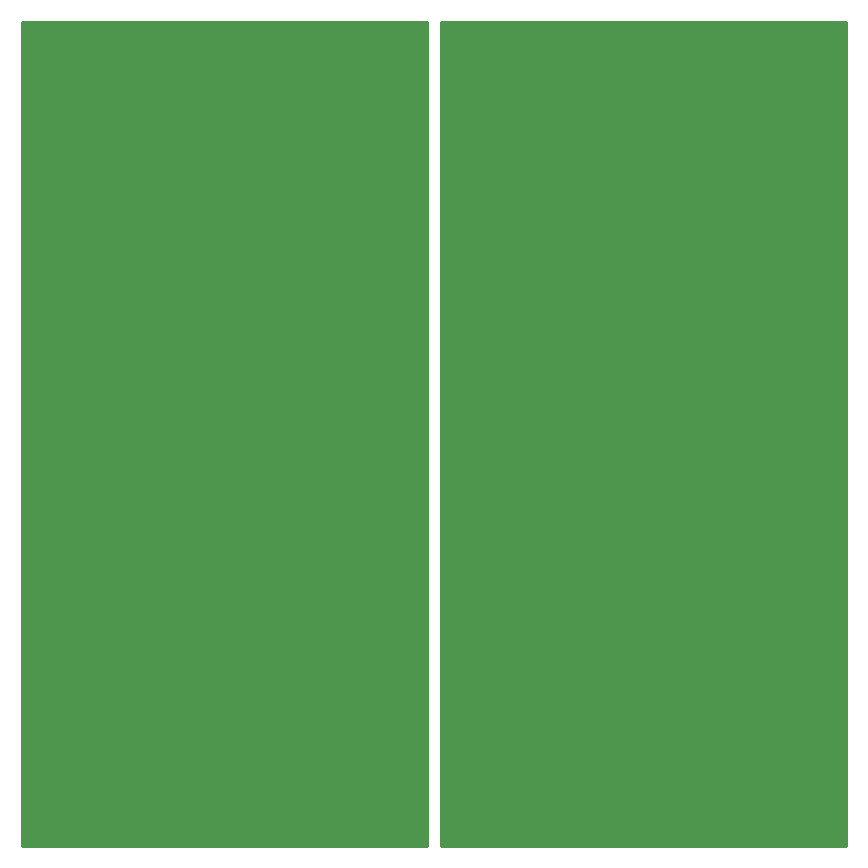
<source format=gbr>
G04 #@! TF.GenerationSoftware,KiCad,Pcbnew,(5.1.5)-3*
G04 #@! TF.CreationDate,2020-06-13T14:21:20+02:00*
G04 #@! TF.ProjectId,elektrode_v3_bipolar,656c656b-7472-46f6-9465-5f76335f6269,rev?*
G04 #@! TF.SameCoordinates,Original*
G04 #@! TF.FileFunction,Copper,L1,Top*
G04 #@! TF.FilePolarity,Positive*
%FSLAX46Y46*%
G04 Gerber Fmt 4.6, Leading zero omitted, Abs format (unit mm)*
G04 Created by KiCad (PCBNEW (5.1.5)-3) date 2020-06-13 14:21:20*
%MOMM*%
%LPD*%
G04 APERTURE LIST*
%ADD10C,0.800000*%
%ADD11C,0.250000*%
%ADD12C,0.254000*%
G04 APERTURE END LIST*
D10*
X90000000Y-70000000D03*
X90000000Y-130000000D03*
X90000000Y-107500000D03*
X90000000Y-92500000D03*
X110000000Y-70000000D03*
X110000000Y-130000000D03*
X110000000Y-107500000D03*
X110000000Y-92500000D03*
D11*
X115325001Y-70275001D02*
X129724999Y-70275001D01*
D12*
G36*
X99373000Y-134873000D02*
G01*
X65127000Y-134873000D01*
X65127000Y-65127000D01*
X99373000Y-65127000D01*
X99373000Y-134873000D01*
G37*
X99373000Y-134873000D02*
X65127000Y-134873000D01*
X65127000Y-65127000D01*
X99373000Y-65127000D01*
X99373000Y-134873000D01*
G36*
X134873000Y-134873000D02*
G01*
X100627000Y-134873000D01*
X100627000Y-65127000D01*
X134873000Y-65127000D01*
X134873000Y-134873000D01*
G37*
X134873000Y-134873000D02*
X100627000Y-134873000D01*
X100627000Y-65127000D01*
X134873000Y-65127000D01*
X134873000Y-134873000D01*
M02*

</source>
